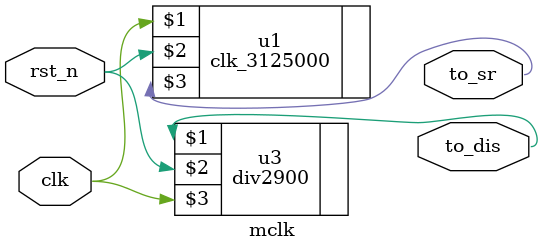
<source format=v>
module mclk(clk,to_sr,to_dis,rst_n);
input clk,rst_n;
output  to_sr,to_dis;
clk_3125000 u1(clk,rst_n,to_sr);
div2900 u3(to_dis,rst_n,clk);
endmodule

</source>
